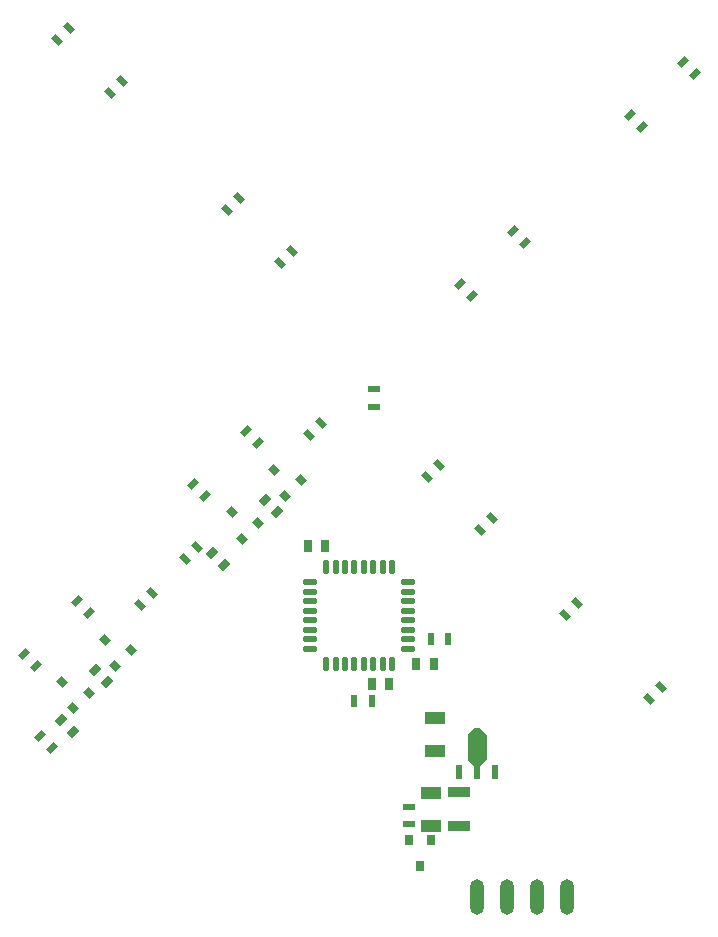
<source format=gbr>
%TF.GenerationSoftware,Altium Limited,Altium Designer,20.1.8 (145)*%
G04 Layer_Color=128*
%FSLAX45Y45*%
%MOMM*%
%TF.SameCoordinates,5961E689-EF10-4C47-967A-3E799B42680D*%
%TF.FilePolarity,Positive*%
%TF.FileFunction,Paste,Bot*%
%TF.Part,Single*%
G01*
G75*
%TA.AperFunction,SMDPad,CuDef*%
G04:AMPARAMS|DCode=10|XSize=1.25mm|YSize=3mm|CornerRadius=0.625mm|HoleSize=0mm|Usage=FLASHONLY|Rotation=0.000|XOffset=0mm|YOffset=0mm|HoleType=Round|Shape=RoundedRectangle|*
%AMROUNDEDRECTD10*
21,1,1.25000,1.75000,0,0,0.0*
21,1,0.00000,3.00000,0,0,0.0*
1,1,1.25000,0.00000,-0.87500*
1,1,1.25000,0.00000,-0.87500*
1,1,1.25000,0.00000,0.87500*
1,1,1.25000,0.00000,0.87500*
%
%ADD10ROUNDEDRECTD10*%
G04:AMPARAMS|DCode=29|XSize=0.95mm|YSize=0.6mm|CornerRadius=0.003mm|HoleSize=0mm|Usage=FLASHONLY|Rotation=270.000|XOffset=0mm|YOffset=0mm|HoleType=Round|Shape=RoundedRectangle|*
%AMROUNDEDRECTD29*
21,1,0.95000,0.59400,0,0,270.0*
21,1,0.94400,0.60000,0,0,270.0*
1,1,0.00600,-0.29700,-0.47200*
1,1,0.00600,-0.29700,0.47200*
1,1,0.00600,0.29700,0.47200*
1,1,0.00600,0.29700,-0.47200*
%
%ADD29ROUNDEDRECTD29*%
%ADD30O,0.50000X1.25000*%
%ADD31O,1.25000X0.50000*%
G04:AMPARAMS|DCode=32|XSize=0.95mm|YSize=0.55mm|CornerRadius=0.00275mm|HoleSize=0mm|Usage=FLASHONLY|Rotation=90.000|XOffset=0mm|YOffset=0mm|HoleType=Round|Shape=RoundedRectangle|*
%AMROUNDEDRECTD32*
21,1,0.95000,0.54450,0,0,90.0*
21,1,0.94450,0.55000,0,0,90.0*
1,1,0.00550,0.27225,0.47225*
1,1,0.00550,0.27225,-0.47225*
1,1,0.00550,-0.27225,-0.47225*
1,1,0.00550,-0.27225,0.47225*
%
%ADD32ROUNDEDRECTD32*%
G04:AMPARAMS|DCode=33|XSize=1.9mm|YSize=0.9mm|CornerRadius=0.0045mm|HoleSize=0mm|Usage=FLASHONLY|Rotation=0.000|XOffset=0mm|YOffset=0mm|HoleType=Round|Shape=RoundedRectangle|*
%AMROUNDEDRECTD33*
21,1,1.90000,0.89100,0,0,0.0*
21,1,1.89100,0.90000,0,0,0.0*
1,1,0.00900,0.94550,-0.44550*
1,1,0.00900,-0.94550,-0.44550*
1,1,0.00900,-0.94550,0.44550*
1,1,0.00900,0.94550,0.44550*
%
%ADD33ROUNDEDRECTD33*%
G04:AMPARAMS|DCode=34|XSize=1.65mm|YSize=0.95mm|CornerRadius=0.00475mm|HoleSize=0mm|Usage=FLASHONLY|Rotation=180.000|XOffset=0mm|YOffset=0mm|HoleType=Round|Shape=RoundedRectangle|*
%AMROUNDEDRECTD34*
21,1,1.65000,0.94050,0,0,180.0*
21,1,1.64050,0.95000,0,0,180.0*
1,1,0.00950,-0.82025,0.47025*
1,1,0.00950,0.82025,0.47025*
1,1,0.00950,0.82025,-0.47025*
1,1,0.00950,-0.82025,-0.47025*
%
%ADD34ROUNDEDRECTD34*%
G04:AMPARAMS|DCode=35|XSize=0.5mm|YSize=1.2mm|CornerRadius=0.0025mm|HoleSize=0mm|Usage=FLASHONLY|Rotation=0.000|XOffset=0mm|YOffset=0mm|HoleType=Round|Shape=RoundedRectangle|*
%AMROUNDEDRECTD35*
21,1,0.50000,1.19500,0,0,0.0*
21,1,0.49500,1.20000,0,0,0.0*
1,1,0.00500,0.24750,-0.59750*
1,1,0.00500,-0.24750,-0.59750*
1,1,0.00500,-0.24750,0.59750*
1,1,0.00500,0.24750,0.59750*
%
%ADD35ROUNDEDRECTD35*%
G04:AMPARAMS|DCode=36|XSize=0.6mm|YSize=0.8mm|CornerRadius=0.003mm|HoleSize=0mm|Usage=FLASHONLY|Rotation=180.000|XOffset=0mm|YOffset=0mm|HoleType=Round|Shape=RoundedRectangle|*
%AMROUNDEDRECTD36*
21,1,0.60000,0.79400,0,0,180.0*
21,1,0.59400,0.80000,0,0,180.0*
1,1,0.00600,-0.29700,0.39700*
1,1,0.00600,0.29700,0.39700*
1,1,0.00600,0.29700,-0.39700*
1,1,0.00600,-0.29700,-0.39700*
%
%ADD36ROUNDEDRECTD36*%
G04:AMPARAMS|DCode=37|XSize=0.6mm|YSize=0.8mm|CornerRadius=0.003mm|HoleSize=0mm|Usage=FLASHONLY|Rotation=45.000|XOffset=0mm|YOffset=0mm|HoleType=Round|Shape=RoundedRectangle|*
%AMROUNDEDRECTD37*
21,1,0.60000,0.79400,0,0,45.0*
21,1,0.59400,0.80000,0,0,45.0*
1,1,0.00600,0.49073,-0.07071*
1,1,0.00600,0.07071,-0.49073*
1,1,0.00600,-0.49073,0.07071*
1,1,0.00600,-0.07071,0.49073*
%
%ADD37ROUNDEDRECTD37*%
G04:AMPARAMS|DCode=38|XSize=0.95mm|YSize=0.55mm|CornerRadius=0.00275mm|HoleSize=0mm|Usage=FLASHONLY|Rotation=135.000|XOffset=0mm|YOffset=0mm|HoleType=Round|Shape=RoundedRectangle|*
%AMROUNDEDRECTD38*
21,1,0.95000,0.54450,0,0,135.0*
21,1,0.94450,0.55000,0,0,135.0*
1,1,0.00550,-0.14142,0.52644*
1,1,0.00550,0.52644,-0.14142*
1,1,0.00550,0.14142,-0.52644*
1,1,0.00550,-0.52644,0.14142*
%
%ADD38ROUNDEDRECTD38*%
G04:AMPARAMS|DCode=39|XSize=0.95mm|YSize=0.55mm|CornerRadius=0.00275mm|HoleSize=0mm|Usage=FLASHONLY|Rotation=45.000|XOffset=0mm|YOffset=0mm|HoleType=Round|Shape=RoundedRectangle|*
%AMROUNDEDRECTD39*
21,1,0.95000,0.54450,0,0,45.0*
21,1,0.94450,0.55000,0,0,45.0*
1,1,0.00550,0.52644,0.14142*
1,1,0.00550,-0.14142,-0.52644*
1,1,0.00550,-0.52644,-0.14142*
1,1,0.00550,0.14142,0.52644*
%
%ADD39ROUNDEDRECTD39*%
G04:AMPARAMS|DCode=40|XSize=0.95mm|YSize=0.55mm|CornerRadius=0.00275mm|HoleSize=0mm|Usage=FLASHONLY|Rotation=0.000|XOffset=0mm|YOffset=0mm|HoleType=Round|Shape=RoundedRectangle|*
%AMROUNDEDRECTD40*
21,1,0.95000,0.54450,0,0,0.0*
21,1,0.94450,0.55000,0,0,0.0*
1,1,0.00550,0.47225,-0.27225*
1,1,0.00550,-0.47225,-0.27225*
1,1,0.00550,-0.47225,0.27225*
1,1,0.00550,0.47225,0.27225*
%
%ADD40ROUNDEDRECTD40*%
G04:AMPARAMS|DCode=41|XSize=0.95mm|YSize=0.6mm|CornerRadius=0.003mm|HoleSize=0mm|Usage=FLASHONLY|Rotation=45.000|XOffset=0mm|YOffset=0mm|HoleType=Round|Shape=RoundedRectangle|*
%AMROUNDEDRECTD41*
21,1,0.95000,0.59400,0,0,45.0*
21,1,0.94400,0.60000,0,0,45.0*
1,1,0.00600,0.54377,0.12374*
1,1,0.00600,-0.12374,-0.54377*
1,1,0.00600,-0.54377,-0.12374*
1,1,0.00600,0.12374,0.54377*
%
%ADD41ROUNDEDRECTD41*%
G36*
X1078929Y-3140067D02*
Y-3350067D01*
X1023300Y-3405696D01*
X974558D01*
X918929Y-3350067D01*
Y-3140067D01*
X973929Y-3085067D01*
X1023929D01*
X1078929Y-3140067D01*
D02*
G37*
D10*
X1760929Y-4513351D02*
D03*
X1506929D02*
D03*
X1252929D02*
D03*
X998929D02*
D03*
D29*
X-290754Y-1540664D02*
D03*
X-435754D02*
D03*
X105479Y-2707709D02*
D03*
X250479D02*
D03*
X484469Y-2543015D02*
D03*
X629469D02*
D03*
D30*
X279979Y-2543016D02*
D03*
X199979D02*
D03*
X119979D02*
D03*
X39979D02*
D03*
X-40021D02*
D03*
X-120021D02*
D03*
X-200021D02*
D03*
X-280021D02*
D03*
Y-1718016D02*
D03*
X-200021D02*
D03*
X-120021D02*
D03*
X-40021D02*
D03*
X39979D02*
D03*
X119979D02*
D03*
X199979D02*
D03*
X279979D02*
D03*
D31*
X-412521Y-2410516D02*
D03*
Y-2330516D02*
D03*
Y-2250516D02*
D03*
Y-2170516D02*
D03*
Y-2090516D02*
D03*
Y-2010516D02*
D03*
Y-1930516D02*
D03*
Y-1850516D02*
D03*
X412479D02*
D03*
Y-1930516D02*
D03*
Y-2010516D02*
D03*
Y-2090516D02*
D03*
Y-2170516D02*
D03*
Y-2250516D02*
D03*
Y-2330516D02*
D03*
Y-2410516D02*
D03*
D32*
X104979Y-2855167D02*
D03*
X-40020D02*
D03*
X750489Y-2330516D02*
D03*
X605489D02*
D03*
D33*
X843849Y-3910808D02*
D03*
Y-3628808D02*
D03*
D34*
X608271Y-3630807D02*
D03*
Y-3910808D02*
D03*
X640696Y-2995913D02*
D03*
Y-3275913D02*
D03*
D35*
X848929Y-3455066D02*
D03*
X998929Y-3455067D02*
D03*
X1148929Y-3455066D02*
D03*
D36*
X418271Y-4028611D02*
D03*
X608271D02*
D03*
X513271Y-4248611D02*
D03*
D37*
X-2291733Y-2782465D02*
D03*
X-2426083Y-2916815D02*
D03*
X-2514472Y-2694077D02*
D03*
X-1932523Y-2423255D02*
D03*
X-2066873Y-2557605D02*
D03*
X-2155262Y-2334867D02*
D03*
X-854892Y-1345624D02*
D03*
X-989242Y-1479974D02*
D03*
X-1077631Y-1257236D02*
D03*
X-495682Y-986414D02*
D03*
X-630032Y-1120764D02*
D03*
X-718420Y-898026D02*
D03*
D38*
X-673519Y853124D02*
D03*
X-570988Y955655D02*
D03*
X-1020001Y1404668D02*
D03*
X-1122532Y1302137D02*
D03*
X-2110360Y2289965D02*
D03*
X-2007830Y2392496D02*
D03*
X-2456842Y2841509D02*
D03*
X-2559373Y2738978D02*
D03*
X673519Y-853124D02*
D03*
X570988Y-955655D02*
D03*
X1020001Y-1404668D02*
D03*
X1122532Y-1302137D02*
D03*
X2559373Y-2738978D02*
D03*
X2456842Y-2841509D02*
D03*
X1840953Y-2020558D02*
D03*
X1738422Y-2123088D02*
D03*
X-422072Y-601677D02*
D03*
X-319542Y-499147D02*
D03*
X-1476510Y-1656115D02*
D03*
X-1373979Y-1553584D02*
D03*
X-1858913Y-2038518D02*
D03*
X-1756383Y-1935987D02*
D03*
D39*
X853124Y673519D02*
D03*
X955655Y570988D02*
D03*
X1404668Y1020001D02*
D03*
X1302137Y1122532D02*
D03*
X2289965Y2110360D02*
D03*
X2392496Y2007830D02*
D03*
X2841509Y2456842D02*
D03*
X2738978Y2559373D02*
D03*
X-955655Y-570988D02*
D03*
X-853124Y-673519D02*
D03*
X-1302137Y-1122532D02*
D03*
X-1404668Y-1020001D02*
D03*
X-2392496Y-2007830D02*
D03*
X-2289965Y-2110360D02*
D03*
X-2738978Y-2559373D02*
D03*
X-2841509Y-2456842D02*
D03*
X-2600243Y-3254884D02*
D03*
X-2702774Y-3152354D02*
D03*
D40*
X127000Y-360900D02*
D03*
Y-215900D02*
D03*
X418271Y-3753097D02*
D03*
Y-3898097D02*
D03*
D41*
X-2132669Y-2693331D02*
D03*
X-2235200Y-2590800D02*
D03*
X-1142069Y-1702731D02*
D03*
X-1244600Y-1600200D02*
D03*
X-697569Y-1258231D02*
D03*
X-800100Y-1155700D02*
D03*
X-2422336Y-3118129D02*
D03*
X-2524866Y-3015598D02*
D03*
%TF.MD5,76554823e5102090df8629b9e249ecbf*%
M02*

</source>
